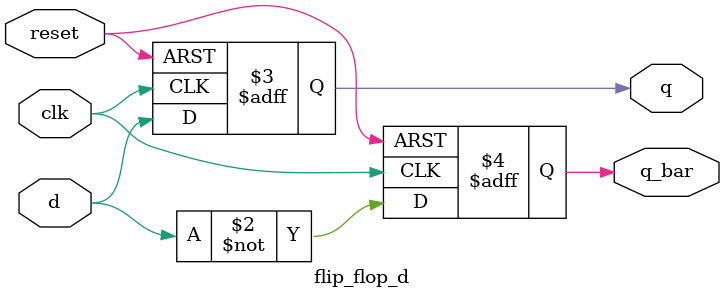
<source format=v>
module pbl (
    input wire clk, reset, button,
    input wire [3:0] color_sw,
    input wire [5:0] pos_size_sw,
    output wire [3:0] vga_r, vga_g, vga_b,
    output wire vga_hsync, vga_vsync
);
    wire pixel_clk, btn_pulse;
    wire [9:0] h_count, v_count;
    wire h_sync, v_sync, h_display, v_display, h_sync_rising_edge;
    wire [5:0] x_pos, y_pos;
    wire [1:0] size;
    wire square_on;
    wire [11:0] bg_rgb, square_rgb;

    clock_divider clk_div (
        .clk(clk),
        .reset(reset),
        .pixel_clk(pixel_clk)
    );

    debouncer db (
        .clk(clk),
        .reset(reset),
        .button(button),
        .pulse(btn_pulse)
    );

    cores_rgb bg_color (
        .A(color_sw[0]),
        .B(color_sw[1]),
        .C(color_sw[2]),
        .D(color_sw[3]),
        .saida1(bg_rgb[0]),
        .saida2(bg_rgb[1]),
        .saida3(bg_rgb[2]),
        .saida4(bg_rgb[3]),
        .saida5(bg_rgb[4]),
        .saida6(bg_rgb[5]),
        .saida7(bg_rgb[6]),
        .saida8(bg_rgb[7]),
        .saida9(bg_rgb[8]),
        .saida10(bg_rgb[9]),
        .saida11(bg_rgb[10]),
        .saida12(bg_rgb[11])
    );

    state_machine sm (
        .clk(clk),
        .reset(reset),
        .btn_pulse(btn_pulse),
        .switches(pos_size_sw),
        .x_pos(x_pos),
        .y_pos(y_pos),
        .size(size)
    );

    h_sync_generator hsync (
        .pixel_clk(pixel_clk),
        .reset(reset),
        .h_sync(h_sync),
        .h_display(h_display),
        .h_count(h_count)
    );

    v_sync_generator vsync (
        .pixel_clk(pixel_clk),
        .reset(reset),
        .h_sync_rising_edge(h_sync_rising_edge),
        .v_sync(v_sync),
        .v_display(v_display),
        .v_count(v_count)
    );

    square_generator square (
        .h_count(h_count),
        .v_count(v_count),
        .h_display(h_display),
        .v_display(v_display),
        .x_pos(x_pos),
        .y_pos(y_pos),
        .size(size),
        .bg_rgb(bg_rgb),
        .square_on(square_on),
        .square_rgb(square_rgb)
    );

    vga_controller vga (
        .h_sync(h_sync),
        .v_sync(v_sync),
        .h_display(h_display),
        .v_display(v_display),
        .bg_rgb(bg_rgb),
        .square_rgb(square_rgb),
        .square_on(square_on),
        .vga_r(vga_r),
        .vga_g(vga_g),
        .vga_b(vga_b),
        .vga_hsync(vga_hsync),
        .vga_vsync(vga_vsync)
    );

    assign h_sync_rising_edge = (h_count == 10'd799);
endmodule

module clock_divider (
    input wire clk, reset,
    output wire pixel_clk
);
    wire q, q_bar;
    flip_flop_d ff (
        .clk(clk),
        .reset(reset),
        .d(q_bar),
        .q(q),
        .q_bar(q_bar)
    );
    assign pixel_clk = q;
endmodule

module debouncer (
    input wire clk, reset, button,
    output wire pulse
);
    wire [1:0] state, state_bar;
    wire [1:0] state_next;
    wire s0, s1, ns0, ns1;
    assign s0 = state[0];
    assign s1 = state[1];
    not not_s0 (ns0, s0);
    not not_s1 (ns1, s1);
    wire next0_idle, next0_press; and and_n0i (next0_idle, ns1, ns0, button); and and_n0p (next0_press, ns1, s0); or or_n0 (state_next[0], next0_idle, next0_press);
    wire next1_press, next1_release; and and_n1p (next1_press, ns1, ns0, button); and and_n1r (next1_release, s1, ns0); or or_n1 (state_next[1], next1_press, next1_release);
    wire [1:0] state_d;
    wire keep_s0, update_s0; and and_ks0 (keep_s0, ~clk, state[0]); and and_us0 (update_s0, clk, state_next[0]); or or_ds0 (state_d[0], keep_s0, update_s0);
    wire keep_s1, update_s1; and and_ks1 (keep_s1, ~clk, state[1]); and and_us1 (update_s1, clk, state_next[1]); or or_ds1 (state_d[1], keep_s1, update_s1);
    flip_flop_d state_ff0 (.clk(clk), .reset(reset), .d(state_d[0]), .q(state[0]), .q_bar(state_bar[0]));
    flip_flop_d state_ff1 (.clk(clk), .reset(reset), .d(state_d[1]), .q(state[1]), .q_bar(state_bar[1]));
    wire is_pulse_state; and and_pulse_state (is_pulse_state, ns1, s0);
    assign pulse = is_pulse_state;
endmodule

module state_machine (
    input wire clk, reset, btn_pulse,
    input wire [5:0] switches,
    output wire [5:0] x_pos, y_pos,
    output wire [1:0] size
);
    wire [1:0] state, state_bar;
    wire [1:0] state_next;

    // Transição de estados (código Gray)
    wire s0, s1, ns0, ns1;
    assign s0 = state[0];
    assign s1 = state[1];
    not not_s0 (ns0, s0);
    not not_s1 (ns1, s1);
    wire next0_pos, next0_size, next1_pos, next1_size;
    and and_n0p (next0_pos, ns1, s0); // 01 -> 11
    and and_n0s (next0_size, s1, ns0); // 10 -> 00
    or or_n0 (state_next[0], next0_pos, next0_size);
    and and_n1p (next1_pos, ns1, ns0); // 00 -> 01
    and and_n1s (next1_size, s1, s0); // 11 -> 10
    or or_n1 (state_next[1], next1_pos, next1_size);

    // Multiplexadores para entrada de estado
    wire [1:0] state_d;
    wire keep_s0, update_s0; and and_ks0 (keep_s0, ~btn_pulse, state[0]); and and_us0 (update_s0, btn_pulse, state_next[0]); or or_ds0 (state_d[0], keep_s0, update_s0);
    wire keep_s1, update_s1; and and_ks1 (keep_s1, ~btn_pulse, state[1]); and and_us1 (update_s1, btn_pulse, state_next[1]); or or_ds1 (state_d[1], keep_s1, update_s1);

    // Flip-flops para estado
    flip_flop_d state_ff0 (.clk(clk), .reset(reset), .d(state_d[0]), .q(state[0]), .q_bar(state_bar[0]));
    flip_flop_d state_ff1 (.clk(clk), .reset(reset), .d(state_d[1]), .q(state[1]), .q_bar(state_bar[1]));

    // Sinais de controle
    wire is_pos_state, is_size_state;
    and and_pos_state (is_pos_state, ns1, ns0); // 00
    and and_size_state (is_size_state, ns1, s0); // 01

    // Registros de posição e tamanho
    wire [5:0] x_reg, x_reg_bar, y_reg, y_reg_bar;
    wire [1:0] size_reg, size_reg_bar;

    // Limites máximos baseados no tamanho
    wire [5:0] max_x, max_y;
    wire s00, s01, s10, s11;
    and and_s00 (s00, ~size_reg[1], ~size_reg[0]); // size = 00
    and and_s01 (s01, ~size_reg[1], size_reg[0]);  // size = 01
    and and_s10 (s10, size_reg[1], ~size_reg[0]);  // size = 10
    and and_s11 (s11, size_reg[1], size_reg[0]);   // size = 11

    // max_x: 77 (size=00), 74 (size=01), 72 (size=10), 69 (size=11)
    wire [5:0] max_x_00 = 6'd77; // 01001101
    wire [5:0] max_x_01 = 6'd74; // 01001010
    wire [5:0] max_x_10 = 6'd72; // 01001000
    wire [5:0] max_x_11 = 6'd69; // 01000101
    wire [5:0] max_x_out;
    wire [5:0] max_x_s00, max_x_s01, max_x_s10, max_x_s11;
    and and_mx0_s00 (max_x_s00[0], s00, max_x_00[0]); and and_mx0_s01 (max_x_s01[0], s01, max_x_01[0]); and and_mx0_s10 (max_x_s10[0], s10, max_x_10[0]); and and_mx0_s11 (max_x_s11[0], s11, max_x_11[0]); or or_mx0 (max_x_out[0], max_x_s00[0], max_x_s01[0], max_x_s10[0], max_x_s11[0]);
    and and_mx1_s00 (max_x_s00[1], s00, max_x_00[1]); and and_mx1_s01 (max_x_s01[1], s01, max_x_01[1]); and and_mx1_s10 (max_x_s10[1], s10, max_x_10[1]); and and_mx1_s11 (max_x_s11[1], s11, max_x_11[1]); or or_mx1 (max_x_out[1], max_x_s00[1], max_x_s01[1], max_x_s10[1], max_x_s11[1]);
    and and_mx2_s00 (max_x_s00[2], s00, max_x_00[2]); and and_mx2_s01 (max_x_s01[2], s01, max_x_01[2]); and and_mx2_s10 (max_x_s10[2], s10, max_x_10[2]); and and_mx2_s11 (max_x_s11[2], s11, max_x_11[2]); or or_mx2 (max_x_out[2], max_x_s00[2], max_x_s01[2], max_x_s10[2], max_x_s11[2]);
    and and_mx3_s00 (max_x_s00[3], s00, max_x_00[3]); and and_mx3_s01 (max_x_s01[3], s01, max_x_01[3]); and and_mx3_s10 (max_x_s10[3], s10, max_x_10[3]); and and_mx3_s11 (max_x_s11[3], s11, max_x_11[3]); or or_mx3 (max_x_out[3], max_x_s00[3], max_x_s01[3], max_x_s10[3], max_x_s11[3]);
    and and_mx4_s00 (max_x_s00[4], s00, max_x_00[4]); and and_mx4_s01 (max_x_s01[4], s01, max_x_01[4]); and and_mx4_s10 (max_x_s10[4], s10, max_x_10[4]); and and_mx4_s11 (max_x_s11[4], s11, max_x_11[4]); or or_mx4 (max_x_out[4], max_x_s00[4], max_x_s01[4], max_x_s10[4], max_x_s11[4]);
    and and_mx5_s00 (max_x_s00[5], s00, max_x_00[5]); and and_mx5_s01 (max_x_s01[5], s01, max_x_01[5]); and and_mx5_s10 (max_x_s10[5], s10, max_x_10[5]); and and_mx5_s11 (max_x_s11[5], s11, max_x_11[5]); or or_mx5 (max_x_out[5], max_x_s00[5], max_x_s01[5], max_x_s10[5], max_x_s11[5]);
    assign max_x = max_x_out;

    // max_y: 57 (size=00), 54 (size=01), 52 (size=10), 49 (size=11)
    wire [5:0] max_y_00 = 6'd57; // 00111001
    wire [5:0] max_y_01 = 6'd54; // 00110110
    wire [5:0] max_y_10 = 6'd52; // 00110100
    wire [5:0] max_y_11 = 6'd49; // 00110001
    wire [5:0] max_y_out;
    wire [5:0] max_y_s00, max_y_s01, max_y_s10, max_y_s11;
    and and_my0_s00 (max_y_s00[0], s00, max_y_00[0]); and and_my0_s01 (max_y_s01[0], s01, max_y_01[0]); and and_my0_s10 (max_y_s10[0], s10, max_y_10[0]); and and_my0_s11 (max_y_s11[0], s11, max_y_11[0]); or or_my0 (max_y_out[0], max_y_s00[0], max_y_s01[0], max_y_s10[0], max_y_s11[0]);
    and and_my1_s00 (max_y_s00[1], s00, max_y_00[1]); and and_my1_s01 (max_y_s01[1], s01, max_y_01[1]); and and_my1_s10 (max_y_s10[1], s10, max_y_10[1]); and and_my1_s11 (max_y_s11[1], s11, max_y_11[1]); or or_my1 (max_y_out[1], max_y_s00[1], max_y_s01[1], max_y_s10[1], max_y_s11[1]);
    and and_my2_s00 (max_y_s00[2], s00, max_y_00[2]); and and_my2_s01 (max_y_s01[2], s01, max_y_01[2]); and and_my2_s10 (max_y_s10[2], s10, max_y_10[2]); and and_my2_s11 (max_y_s11[2], s11, max_y_11[2]); or or_my2 (max_y_out[2], max_y_s00[2], max_y_s01[2], max_y_s10[2], max_y_s11[2]);
    and and_my3_s00 (max_y_s00[3], s00, max_y_00[3]); and and_my3_s01 (max_y_s01[3], s01, max_y_01[3]); and and_my3_s10 (max_y_s10[3], s10, max_y_10[3]); and and_my3_s11 (max_y_s11[3], s11, max_y_11[3]); or or_my3 (max_y_out[3], max_y_s00[3], max_y_s01[3], max_y_s10[3], max_y_s11[3]);
    and and_my4_s00 (max_y_s00[4], s00, max_y_00[4]); and and_my4_s01 (max_y_s01[4], s01, max_y_01[4]); and and_my4_s10 (max_y_s10[4], s10, max_y_10[4]); and and_my4_s11 (max_y_s11[4], s11, max_y_11[4]); or or_my4 (max_y_out[4], max_y_s00[4], max_y_s01[4], max_y_s10[4], max_y_s11[4]);
    and and_my5_s00 (max_y_s00[5], s00, max_y_00[5]); and and_my5_s01 (max_y_s01[5], s01, max_y_01[5]); and and_my5_s10 (max_y_s10[5], s10, max_y_10[5]); and and_my5_s11 (max_y_s11[5], s11, max_y_11[5]); or or_my5 (max_y_out[5], max_y_s00[5], max_y_s01[5], max_y_s10[5], max_y_s11[5]);
    assign max_y = max_y_out;

    // Comparador para x_pos: min(switches[5:3], max_x)
    wire [2:0] x_input = switches[5:3];
    wire x_lt_max;
    wire [2:0] x_diff;
    wire x_borrow;
    subtractor_10bit sub_x (.a({3'b0, x_input}), .b({3'b0, max_x[2:0]}), .diff(x_diff), .borrow(x_borrow));
    not not_x_lt (x_lt_max, x_borrow); // x_input < max_x
    wire [2:0] x_clamped;
    wire [2:0] x_in, x_max;
    and and_x0_in (x_in[0], x_lt_max, x_input[0]); and and_x0_max (x_max[0], ~x_lt_max, max_x[0]); or or_x0 (x_clamped[0], x_in[0], x_max[0]);
    and and_x1_in (x_in[1], x_lt_max, x_input[1]); and and_x1_max (x_max[1], ~x_lt_max, max_x[1]); or or_x1 (x_clamped[1], x_in[1], x_max[1]);
    and and_x2_in (x_in[2], x_lt_max, x_input[2]); and and_x2_max (x_max[2], ~x_lt_max, max_x[2]); or or_x2 (x_clamped[2], x_in[2], x_max[2]);

    // Comparador para y_pos: min(switches[2:0], max_y)
    wire [2:0] y_input = switches[2:0];
    wire y_lt_max;
    wire [2:0] y_diff;
    wire y_borrow;
    subtractor_10bit sub_y (.a({3'b0, y_input}), .b({3'b0, max_y[2:0]}), .diff(y_diff), .borrow(y_borrow));
    not not_y_lt (y_lt_max, y_borrow); // y_input < max_y
    wire [2:0] y_clamped;
    wire [2:0] y_in, y_max;
    and and_y0_in (y_in[0], y_lt_max, y_input[0]); and and_y0_max (y_max[0], ~y_lt_max, max_y[0]); or or_y0 (y_clamped[0], y_in[0], y_max[0]);
    and and_y1_in (y_in[1], y_lt_max, y_input[1]); and and_y1_max (y_max[1], ~y_lt_max, max_y[1]); or or_y1 (y_clamped[1], y_in[1], y_max[1]);
    and and_y2_in (y_in[2], y_lt_max, y_input[2]); and and_y2_max (y_max[2], ~y_lt_max, max_y[2]); or or_y2 (y_clamped[2], y_in[2], y_max[2]);

    // Multiplexadores para entrada de x_reg
    wire [5:0] x_d;
    wire keep_x0, update_x0; and and_kx0 (keep_x0, ~btn_pulse, x_reg[0]); and and_ux0 (update_x0, btn_pulse, is_pos_state, x_clamped[0]); or or_dx0 (x_d[0], keep_x0, update_x0);
    wire keep_x1, update_x1; and and_kx1 (keep_x1, ~btn_pulse, x_reg[1]); and and_ux1 (update_x1, btn_pulse, is_pos_state, x_clamped[1]); or or_dx1 (x_d[1], keep_x1, update_x1);
    wire keep_x2, update_x2; and and_kx2 (keep_x2, ~btn_pulse, x_reg[2]); and and_ux2 (update_x2, btn_pulse, is_pos_state, x_clamped[2]); or or_dx2 (x_d[2], keep_x2, update_x2);
    assign x_d[5:3] = 3'b0; // Bits 3 a 5 sempre zero

    // Multiplexadores para entrada de y_reg
    wire [5:0] y_d;
    wire keep_y0, update_y0; and and_ky0 (keep_y0, ~btn_pulse, y_reg[0]); and and_uy0 (update_y0, btn_pulse, is_pos_state, y_clamped[0]); or or_dy0 (y_d[0], keep_y0, update_y0);
    wire keep_y1, update_y1; and and_ky1 (keep_y1, ~btn_pulse, y_reg[1]); and and_uy1 (update_y1, btn_pulse, is_pos_state, y_clamped[1]); or or_dy1 (y_d[1], keep_y1, update_y1);
    wire keep_y2, update_y2; and and_ky2 (keep_y2, ~btn_pulse, y_reg[2]); and and_uy2 (update_y2, btn_pulse, is_pos_state, y_clamped[2]); or or_dy2 (y_d[2], keep_y2, update_y2);
    assign y_d[5:3] = 3'b0; // Bits 3 a 5 sempre zero

    // Multiplexadores para entrada de size_reg
    wire [1:0] size_d;
    wire keep_sz0, update_sz0; and and_ksz0 (keep_sz0, ~btn_pulse, size_reg[0]); and and_usz0 (update_sz0, btn_pulse, is_size_state, switches[0]); or or_dsz0 (size_d[0], keep_sz0, update_sz0);
    wire keep_sz1, update_sz1; and and_ksz1 (keep_sz1, ~btn_pulse, size_reg[1]); and and_usz1 (update_sz1, btn_pulse, is_size_state, switches[1]); or or_dsz1 (size_d[1], keep_sz1, update_sz1);

    // Flip-flops para x_reg, y_reg, size_reg
    flip_flop_d x_ff0 (.clk(clk), .reset(reset), .d(x_d[0]), .q(x_reg[0]), .q_bar(x_reg_bar[0]));
    flip_flop_d x_ff1 (.clk(clk), .reset(reset), .d(x_d[1]), .q(x_reg[1]), .q_bar(x_reg_bar[1]));
    flip_flop_d x_ff2 (.clk(clk), .reset(reset), .d(x_d[2]), .q(x_reg[2]), .q_bar(x_reg_bar[2]));
    flip_flop_d x_ff3 (.clk(clk), .reset(reset), .d(x_d[3]), .q(x_reg[3]), .q_bar(x_reg_bar[3]));
    flip_flop_d x_ff4 (.clk(clk), .reset(reset), .d(x_d[4]), .q(x_reg[4]), .q_bar(x_reg_bar[4]));
    flip_flop_d x_ff5 (.clk(clk), .reset(reset), .d(x_d[5]), .q(x_reg[5]), .q_bar(x_reg_bar[5]));
    flip_flop_d y_ff0 (.clk(clk), .reset(reset), .d(y_d[0]), .q(y_reg[0]), .q_bar(y_reg_bar[0]));
    flip_flop_d y_ff1 (.clk(clk), .reset(reset), .d(y_d[1]), .q(y_reg[1]), .q_bar(y_reg_bar[1]));
    flip_flop_d y_ff2 (.clk(clk), .reset(reset), .d(y_d[2]), .q(y_reg[2]), .q_bar(y_reg_bar[2]));
    flip_flop_d y_ff3 (.clk(clk), .reset(reset), .d(y_d[3]), .q(y_reg[3]), .q_bar(y_reg_bar[3]));
    flip_flop_d y_ff4 (.clk(clk), .reset(reset), .d(y_d[4]), .q(y_reg[4]), .q_bar(y_reg_bar[4]));
    flip_flop_d y_ff5 (.clk(clk), .reset(reset), .d(y_d[5]), .q(y_reg[5]), .q_bar(y_reg_bar[5]));
    flip_flop_d size_ff0 (.clk(clk), .reset(reset), .d(size_d[0]), .q(size_reg[0]), .q_bar(size_reg_bar[0]));
    flip_flop_d size_ff1 (.clk(clk), .reset(reset), .d(size_d[1]), .q(size_reg[1]), .q_bar(size_reg_bar[1]));

    assign x_pos = x_reg;
    assign y_pos = y_reg;
    assign size = size_reg;
endmodule

module h_sync_generator (
    input wire pixel_clk, reset,
    output wire h_sync, h_display,
    output wire [9:0] h_count
);
    wire [9:0] count;
    counter_10bit counter (
        .clk(pixel_clk),
        .reset(reset),
        .count(count)
    );
    assign h_count = count;

    assign h_display = (count < 10'd640);
    wire sync_pulse_active = (count >= 10'd656) && (count < 10'd752);
    not not_hsync (h_sync, sync_pulse_active);
endmodule

module counter_10bit (
    input wire clk, reset,
    output wire [9:0] count
);
    wire [9:0] count_reg, count_bar;
    wire [9:0] count_next;
    wire cout;

    adder_10bit inc (.a(count_reg), .b(10'd1), .sum(count_next), .cout(cout));
    wire eq_799 = (count_reg == 10'd799);

    wire [9:0] count_d;
    wire keep_c0, clear_c0; and and_kc0 (keep_c0, ~eq_799, count_next[0]); and and_cc0 (clear_c0, eq_799, 1'b0); or or_dc0 (count_d[0], keep_c0, clear_c0);
    wire keep_c1, clear_c1; and and_kc1 (keep_c1, ~eq_799, count_next[1]); and and_cc1 (clear_c1, eq_799, 1'b0); or or_dc1 (count_d[1], keep_c1, clear_c1);
    wire keep_c2, clear_c2; and and_kc2 (keep_c2, ~eq_799, count_next[2]); and and_cc2 (clear_c2, eq_799, 1'b0); or or_dc2 (count_d[2], keep_c2, clear_c2);
    wire keep_c3, clear_c3; and and_kc3 (keep_c3, ~eq_799, count_next[3]); and and_cc3 (clear_c3, eq_799, 1'b0); or or_dc3 (count_d[3], keep_c3, clear_c3);
    wire keep_c4, clear_c4; and and_kc4 (keep_c4, ~eq_799, count_next[4]); and and_cc4 (clear_c4, eq_799, 1'b0); or or_dc4 (count_d[4], keep_c4, clear_c4);
    wire keep_c5, clear_c5; and and_kc5 (keep_c5, ~eq_799, count_next[5]); and and_cc5 (clear_c5, eq_799, 1'b0); or or_dc5 (count_d[5], keep_c5, clear_c5);
    wire keep_c6, clear_c6; and and_kc6 (keep_c6, ~eq_799, count_next[6]); and and_cc6 (clear_c6, eq_799, 1'b0); or or_dc6 (count_d[6], keep_c6, clear_c6);
    wire keep_c7, clear_c7; and and_kc7 (keep_c7, ~eq_799, count_next[7]); and and_cc7 (clear_c7, eq_799, 1'b0); or or_dc7 (count_d[7], keep_c7, clear_c7);
    wire keep_c8, clear_c8; and and_kc8 (keep_c8, ~eq_799, count_next[8]); and and_cc8 (clear_c8, eq_799, 1'b0); or or_dc8 (count_d[8], keep_c8, clear_c8);
    wire keep_c9, clear_c9; and and_kc9 (keep_c9, ~eq_799, count_next[9]); and and_cc9 (clear_c9, eq_799, 1'b0); or or_dc9 (count_d[9], keep_c9, clear_c9);

    flip_flop_d ff_c0 (.clk(clk), .reset(reset), .d(count_d[0]), .q(count_reg[0]), .q_bar(count_bar[0]));
    flip_flop_d ff_c1 (.clk(clk), .reset(reset), .d(count_d[1]), .q(count_reg[1]), .q_bar(count_bar[1]));
    flip_flop_d ff_c2 (.clk(clk), .reset(reset), .d(count_d[2]), .q(count_reg[2]), .q_bar(count_bar[2]));
    flip_flop_d ff_c3 (.clk(clk), .reset(reset), .d(count_d[3]), .q(count_reg[3]), .q_bar(count_bar[3]));
    flip_flop_d ff_c4 (.clk(clk), .reset(reset), .d(count_d[4]), .q(count_reg[4]), .q_bar(count_bar[4]));
    flip_flop_d ff_c5 (.clk(clk), .reset(reset), .d(count_d[5]), .q(count_reg[5]), .q_bar(count_bar[5]));
    flip_flop_d ff_c6 (.clk(clk), .reset(reset), .d(count_d[6]), .q(count_reg[6]), .q_bar(count_bar[6]));
    flip_flop_d ff_c7 (.clk(clk), .reset(reset), .d(count_d[7]), .q(count_reg[7]), .q_bar(count_bar[7]));
    flip_flop_d ff_c8 (.clk(clk), .reset(reset), .d(count_d[8]), .q(count_reg[8]), .q_bar(count_bar[8]));
    flip_flop_d ff_c9 (.clk(clk), .reset(reset), .d(count_d[9]), .q(count_reg[9]), .q_bar(count_bar[9]));

    assign count = count_reg;
endmodule

module v_sync_generator (
    input wire pixel_clk, reset, h_sync_rising_edge,
    output wire v_sync, v_display,
    output wire [9:0] v_count
);
    wire [9:0] count;
    vsync_counter counter (
        .clk(pixel_clk),
        .reset(reset),
        .enable_count(h_sync_rising_edge),
        .count(count)
    );
    assign v_count = count;

    assign v_display = (count < 10'd480);
    wire sync_pulse_active = (count >= 10'd490) && (count < 10'd492);
    not not_vsync (v_sync, sync_pulse_active);
endmodule

module vsync_counter (
    input wire clk, reset, enable_count,
    output wire [9:0] count
);
    wire [9:0] count_reg, count_bar;
    wire [9:0] count_next;
    wire cout;

    adder_10bit inc (.a(count_reg), .b(10'd1), .sum(count_next), .cout(cout));
    wire eq_524 = (count_reg == 10'd524);

    wire [9:0] count_d;
    wire keep_v0, clear_v0, enable_v0; and and_ev0 (enable_v0, enable_count, ~eq_524); and and_kv0 (keep_v0, enable_v0, count_next[0]); and and_cv0 (clear_v0, eq_524, 1'b0); or or_dv0 (count_d[0], keep_v0, clear_v0);
    wire keep_v1, clear_v1, enable_v1; and and_ev1 (enable_v1, enable_count, ~eq_524); and and_kv1 (keep_v1, enable_v1, count_next[1]); and and_cv1 (clear_v1, eq_524, 1'b0); or or_dv1 (count_d[1], keep_v1, clear_v1);
    wire keep_v2, clear_v2, enable_v2; and and_ev2 (enable_v2, enable_count, ~eq_524); and and_kv2 (keep_v2, enable_v2, count_next[2]); and and_cv2 (clear_v2, eq_524, 1'b0); or or_dv2 (count_d[2], keep_v2, clear_v2);
    wire keep_v3, clear_v3, enable_v3; and and_ev3 (enable_v3, enable_count, ~eq_524); and and_kv3 (keep_v3, enable_v3, count_next[3]); and and_cv3 (clear_v3, eq_524, 1'b0); or or_dv3 (count_d[3], keep_v3, clear_v3);
    wire keep_v4, clear_v4, enable_v4; and and_ev4 (enable_v4, enable_count, ~eq_524); and and_kv4 (keep_v4, enable_v4, count_next[4]); and and_cv4 (clear_v4, eq_524, 1'b0); or or_dv4 (count_d[4], keep_v4, clear_v4);
    wire keep_v5, clear_v5, enable_v5; and and_ev5 (enable_v5, enable_count, ~eq_524); and and_kv5 (keep_v5, enable_v5, count_next[5]); and and_cv5 (clear_v5, eq_524, 1'b0); or or_dv5 (count_d[5], keep_v5, clear_v5);
    wire keep_v6, clear_v6, enable_v6; and and_ev6 (enable_v6, enable_count, ~eq_524); and and_kv6 (keep_v6, enable_v6, count_next[6]); and and_cv6 (clear_v6, eq_524, 1'b0); or or_dv6 (count_d[6], keep_v6, clear_v6);
    wire keep_v7, clear_v7, enable_v7; and and_ev7 (enable_v7, enable_count, ~eq_524); and and_kv7 (keep_v7, enable_v7, count_next[7]); and and_cv7 (clear_v7, eq_524, 1'b0); or or_dv7 (count_d[7], keep_v7, clear_v7);
    wire keep_v8, clear_v8, enable_v8; and and_ev8 (enable_v8, enable_count, ~eq_524); and and_kv8 (keep_v8, enable_v8, count_next[8]); and and_cv8 (clear_v8, eq_524, 1'b0); or or_dv8 (count_d[8], keep_v8, clear_v8);
    wire keep_v9, clear_v9, enable_v9; and and_ev9 (enable_v9, enable_count, ~eq_524); and and_kv9 (keep_v9, enable_v9, count_next[9]); and and_cv9 (clear_v9, eq_524, 1'b0); or or_dv9 (count_d[9], keep_v9, clear_v9);

    flip_flop_d ff_v0 (.clk(clk), .reset(reset), .d(count_d[0]), .q(count_reg[0]), .q_bar(count_bar[0]));
    flip_flop_d ff_v1 (.clk(clk), .reset(reset), .d(count_d[1]), .q(count_reg[1]), .q_bar(count_bar[1]));
    flip_flop_d ff_v2 (.clk(clk), .reset(reset), .d(count_d[2]), .q(count_reg[2]), .q_bar(count_bar[2]));
    flip_flop_d ff_v3 (.clk(clk), .reset(reset), .d(count_d[3]), .q(count_reg[3]), .q_bar(count_bar[3]));
    flip_flop_d ff_v4 (.clk(clk), .reset(reset), .d(count_d[4]), .q(count_reg[4]), .q_bar(count_bar[4]));
    flip_flop_d ff_v5 (.clk(clk), .reset(reset), .d(count_d[5]), .q(count_reg[5]), .q_bar(count_bar[5]));
    flip_flop_d ff_v6 (.clk(clk), .reset(reset), .d(count_d[6]), .q(count_reg[6]), .q_bar(count_bar[6]));
    flip_flop_d ff_v7 (.clk(clk), .reset(reset), .d(count_d[7]), .q(count_reg[7]), .q_bar(count_bar[7]));
    flip_flop_d ff_v8 (.clk(clk), .reset(reset), .d(count_d[8]), .q(count_reg[8]), .q_bar(count_bar[8]));
    flip_flop_d ff_v9 (.clk(clk), .reset(reset), .d(count_d[9]), .q(count_reg[9]), .q_bar(count_bar[9]));

    assign count = count_reg;
endmodule

module square_generator (
    input wire [9:0] h_count, v_count,
    input wire h_display, v_display,
    input wire [5:0] x_pos, y_pos,
    input wire [1:0] size,
    input wire [11:0] bg_rgb,
    output wire square_on,
    output wire [11:0] square_rgb
);
    wire [9:0] x_scaled = {x_pos, 3'b0};
    wire [9:0] y_scaled = {y_pos, 3'b0};

    wire [9:0] size_scaled;
    wire s0, s1, ns0, ns1;
    assign s0 = size[0];
    assign s1 = size[1];
    not not_s0 (ns0, s0);
    not not_s1 (ns1, s1);
    wire [9:0] sz_20 = 10'd20;
    wire [9:0] sz_40 = 10'd40;
    wire [9:0] sz_60 = 10'd60;
    wire [9:0] sz_80 = 10'd80;
    wire [9:0] size_out;
    wire s20_0, s40_0, s60_0, s80_0; and and_s20_0 (s20_0, ns1, ns0, sz_20[0]); and and_s40_0 (s40_0, ns1, s0, sz_40[0]); and and_s60_0 (s60_0, s1, ns0, sz_60[0]); and and_s80_0 (s80_0, s1, s0, sz_80[0]); or or_sz0 (size_out[0], s20_0, s40_0, s60_0, s80_0);
    wire s20_1, s40_1, s60_1, s80_1; and and_s20_1 (s20_1, ns1, ns0, sz_20[1]); and and_s40_1 (s40_1, ns1, s0, sz_40[1]); and and_s60_1 (s60_1, s1, ns0, sz_60[1]); and and_s80_1 (s80_1, s1, s0, sz_80[1]); or or_sz1 (size_out[1], s20_1, s40_1, s60_1, s80_1);
    wire s20_2, s40_2, s60_2, s80_2; and and_s20_2 (s20_2, ns1, ns0, sz_20[2]); and and_s40_2 (s40_2, ns1, s0, sz_40[2]); and and_s60_2 (s60_2, s1, ns0, sz_60[2]); and and_s80_2 (s80_2, s1, s0, sz_80[2]); or or_sz2 (size_out[2], s20_2, s40_2, s60_2, s80_2);
    wire s20_3, s40_3, s60_3, s80_3; and and_s20_3 (s20_3, ns1, ns0, sz_20[3]); and and_s40_3 (s40_3, ns1, s0, sz_40[3]); and and_s60_3 (s60_3, s1, ns0, sz_60[3]); and and_s80_3 (s80_3, s1, s0, sz_80[3]); or or_sz3 (size_out[3], s20_3, s40_3, s60_3, s80_3);
    wire s20_4, s40_4, s60_4, s80_4; and and_s20_4 (s20_4, ns1, ns0, sz_20[4]); and and_s40_4 (s40_4, ns1, s0, sz_40[4]); and and_s60_4 (s60_4, s1, ns0, sz_60[4]); and and_s80_4 (s80_4, s1, s0, sz_80[4]); or or_sz4 (size_out[4], s20_4, s40_4, s60_4, s80_4);
    wire s20_5, s40_5, s60_5, s80_5; and and_s20_5 (s20_5, ns1, ns0, sz_20[5]); and and_s40_5 (s40_5, ns1, s0, sz_40[5]); and and_s60_5 (s60_5, s1, ns0, sz_60[5]); and and_s80_5 (s80_5, s1, s0, sz_80[5]); or or_sz5 (size_out[5], s20_5, s40_5, s60_5, s80_5);
    wire s20_6, s40_6, s60_6, s80_6; and and_s20_6 (s20_6, ns1, ns0, sz_20[6]); and and_s40_6 (s40_6, ns1, s0, sz_40[6]); and and_s60_6 (s60_6, s1, ns0, sz_60[6]); and and_s80_6 (s80_6, s1, s0, sz_80[6]); or or_sz6 (size_out[6], s20_6, s40_6, s60_6, s80_6);
    wire s20_7, s40_7, s60_7, s80_7; and and_s20_7 (s20_7, ns1, ns0, sz_20[7]); and and_s40_7 (s40_7, ns1, s0, sz_40[7]); and and_s60_7 (s60_7, s1, ns0, sz_60[7]); and and_s80_7 (s80_7, s1, s0, sz_80[7]); or or_sz7 (size_out[7], s20_7, s40_7, s60_7, s80_7);
    wire s20_8, s40_8, s60_8, s80_8; and and_s20_8 (s20_8, ns1, ns0, sz_20[8]); and and_s40_8 (s40_8, ns1, s0, sz_40[8]); and and_s60_8 (s60_8, s1, ns0, sz_60[8]); and and_s80_8 (s80_8, s1, s0, sz_80[8]); or or_sz8 (size_out[8], s20_8, s40_8, s60_8, s80_8);
    wire s20_9, s40_9, s60_9, s80_9; and and_s20_9 (s20_9, ns1, ns0, sz_20[9]); and and_s40_9 (s40_9, ns1, s0, sz_40[9]); and and_s60_9 (s60_9, s1, ns0, sz_60[9]); and and_s80_9 (s80_9, s1, s0, sz_80[9]); or or_sz9 (size_out[9], s20_9, s40_9, s60_9, s80_9);
    assign size_scaled = size_out;

    wire [9:0] x_end, y_end;
    wire cout_x, cout_y;
    adder_10bit add_x (.a(x_scaled), .b(size_scaled), .sum(x_end), .cout(cout_x));
    adder_10bit add_y (.a(y_scaled), .b(size_scaled), .sum(y_end), .cout(cout_y));

    wire [9:0] diff_hx, diff_xend, diff_vy, diff_yend;
    wire borrow_hx, borrow_xend, borrow_vy, borrow_yend;
    subtractor_10bit sub_hx (.a(h_count), .b(x_scaled), .diff(diff_hx), .borrow(borrow_hx));
    subtractor_10bit sub_xend (.a(x_end), .b(h_count), .diff(diff_xend), .borrow(borrow_xend));
    subtractor_10bit sub_vy (.a(v_count), .b(y_scaled), .diff(diff_vy), .borrow(borrow_vy));
    subtractor_10bit sub_yend (.a(y_end), .b(v_count), .diff(diff_yend), .borrow(borrow_yend));

    wire ge_x, lt_xend, ge_y, lt_yend;
    not not_gex (ge_x, borrow_hx);
    not not_ltxend (lt_xend, borrow_xend);
    not not_gey (ge_y, borrow_vy);
    not not_ltyend (lt_yend, borrow_yend);

    wire h_ok, v_ok, disp_ok;
    and and_hok (h_ok, ge_x, lt_xend);
    and and_vok (v_ok, ge_y, lt_yend);
    and and_dispok (disp_ok, h_display, v_display);
    and and_squareon (square_on, h_ok, v_ok, disp_ok);

    // Inverter bg_rgb para square_rgb
    not not_rgb0 (square_rgb[0], bg_rgb[0]);
    not not_rgb1 (square_rgb[1], bg_rgb[1]);
    not not_rgb2 (square_rgb[2], bg_rgb[2]);
    not not_rgb3 (square_rgb[3], bg_rgb[3]);
    not not_rgb4 (square_rgb[4], bg_rgb[4]);
    not not_rgb5 (square_rgb[5], bg_rgb[5]);
    not not_rgb6 (square_rgb[6], bg_rgb[6]);
    not not_rgb7 (square_rgb[7], bg_rgb[7]);
    not not_rgb8 (square_rgb[8], bg_rgb[8]);
    not not_rgb9 (square_rgb[9], bg_rgb[9]);
    not not_rgb10 (square_rgb[10], bg_rgb[10]);
    not not_rgb11 (square_rgb[11], bg_rgb[11]);
endmodule

module adder_10bit (
    input wire [9:0] a, b,
    output wire [9:0] sum,
    output wire cout
);
    wire [9:0] carry;
    full_adder fa0 (.a(a[0]), .b(b[0]), .cin(1'b0), .sum(sum[0]), .cout(carry[0]));
    full_adder fa1 (.a(a[1]), .b(b[1]), .cin(carry[0]), .sum(sum[1]), .cout(carry[1]));
    full_adder fa2 (.a(a[2]), .b(b[2]), .cin(carry[1]), .sum(sum[2]), .cout(carry[2]));
    full_adder fa3 (.a(a[3]), .b(b[3]), .cin(carry[2]), .sum(sum[3]), .cout(carry[3]));
    full_adder fa4 (.a(a[4]), .b(b[4]), .cin(carry[3]), .sum(sum[4]), .cout(carry[4]));
    full_adder fa5 (.a(a[5]), .b(b[5]), .cin(carry[4]), .sum(sum[5]), .cout(carry[5]));
    full_adder fa6 (.a(a[6]), .b(b[6]), .cin(carry[5]), .sum(sum[6]), .cout(carry[6]));
    full_adder fa7 (.a(a[7]), .b(b[7]), .cin(carry[6]), .sum(sum[7]), .cout(carry[7]));
    full_adder fa8 (.a(a[8]), .b(b[8]), .cin(carry[7]), .sum(sum[8]), .cout(carry[8]));
    full_adder fa9 (.a(a[9]), .b(b[9]), .cin(carry[8]), .sum(sum[9]), .cout(cout));
endmodule

module subtractor_10bit (
    input wire [9:0] a, b,
    output wire [9:0] diff,
    output wire borrow
);
    wire [9:0] b_comp, sum_temp;
    wire cout;

    wire [9:0] b_not;
    not not_b0 (b_not[0], b[0]);
    not not_b1 (b_not[1], b[1]);
    not not_b2 (b_not[2], b[2]);
    not not_b3 (b_not[3], b[3]);
    not not_b4 (b_not[4], b[4]);
    not not_b5 (b_not[5], b[5]);
    not not_b6 (b_not[6], b[6]);
    not not_b7 (b_not[7], b[7]);
    not not_b8 (b_not[8], b[8]);
    not not_b9 (b_not[9], b[9]);
    adder_10bit add_one (.a(b_not), .b(10'd1), .sum(b_comp), .cout());

    adder_10bit add_diff (.a(a), .b(b_comp), .sum(sum_temp), .cout(cout));
    assign diff = sum_temp;
    not not_borrow (borrow, cout);
endmodule

module vga_controller (
    input wire h_sync, v_sync, h_display, v_display,
    input wire [11:0] bg_rgb, square_rgb,
    input wire square_on,
    output wire [3:0] vga_r, vga_g, vga_b,
    output wire vga_hsync, vga_vsync
);
    assign vga_hsync = h_sync;
    assign vga_vsync = v_sync;

    wire display_active;
    and and_disp_active (display_active, h_display, v_display);

    wire n_square_on, n_display_active;
    not not_sq_on (n_square_on, square_on);
    not not_disp_active (n_display_active, display_active);

    wire [11:0] rgb_out;
    wire sq_sel0, bg_sel0; and and_sq0 (sq_sel0, square_on, display_active, square_rgb[0]); and and_bg0 (bg_sel0, n_square_on, display_active, bg_rgb[0]); or or_rgb0 (rgb_out[0], sq_sel0, bg_sel0);
    wire sq_sel1, bg_sel1; and and_sq1 (sq_sel1, square_on, display_active, square_rgb[1]); and and_bg1 (bg_sel1, n_square_on, display_active, bg_rgb[1]); or or_rgb1 (rgb_out[1], sq_sel1, bg_sel1);
    wire sq_sel2, bg_sel2; and and_sq2 (sq_sel2, square_on, display_active, square_rgb[2]); and and_bg2 (bg_sel2, n_square_on, display_active, bg_rgb[2]); or or_rgb2 (rgb_out[2], sq_sel2, bg_sel2);
    wire sq_sel3, bg_sel3; and and_sq3 (sq_sel3, square_on, display_active, square_rgb[3]); and and_bg3 (bg_sel3, n_square_on, display_active, bg_rgb[3]); or or_rgb3 (rgb_out[3], sq_sel3, bg_sel3);
    wire sq_sel4, bg_sel4; and and_sq4 (sq_sel4, square_on, display_active, square_rgb[4]); and and_bg4 (bg_sel4, n_square_on, display_active, bg_rgb[4]); or or_rgb4 (rgb_out[4], sq_sel4, bg_sel4);
    wire sq_sel5, bg_sel5; and and_sq5 (sq_sel5, square_on, display_active, square_rgb[5]); and and_bg5 (bg_sel5, n_square_on, display_active, bg_rgb[5]); or or_rgb5 (rgb_out[5], sq_sel5, bg_sel5);
    wire sq_sel6, bg_sel6; and and_sq6 (sq_sel6, square_on, display_active, square_rgb[6]); and and_bg6 (bg_sel6, n_square_on, display_active, bg_rgb[6]); or or_rgb6 (rgb_out[6], sq_sel6, bg_sel6);
    wire sq_sel7, bg_sel7; and and_sq7 (sq_sel7, square_on, display_active, square_rgb[7]); and and_bg7 (bg_sel7, n_square_on, display_active, bg_rgb[7]); or or_rgb7 (rgb_out[7], sq_sel7, bg_sel7);
    wire sq_sel8, bg_sel8; and and_sq8 (sq_sel8, square_on, display_active, square_rgb[8]); and and_bg8 (bg_sel8, n_square_on, display_active, bg_rgb[8]); or or_rgb8 (rgb_out[8], sq_sel8, bg_sel8);
    wire sq_sel9, bg_sel9; and and_sq9 (sq_sel9, square_on, display_active, square_rgb[9]); and and_bg9 (bg_sel9, n_square_on, display_active, bg_rgb[9]); or or_rgb9 (rgb_out[9], sq_sel9, bg_sel9);
    wire sq_sel10, bg_sel10; and and_sq10 (sq_sel10, square_on, display_active, square_rgb[10]); and and_bg10 (bg_sel10, n_square_on, display_active, bg_rgb[10]); or or_rgb10 (rgb_out[10], sq_sel10, bg_sel10);
    wire sq_sel11, bg_sel11; and and_sq11 (sq_sel11, square_on, display_active, square_rgb[11]); and and_bg11 (bg_sel11, n_square_on, display_active, bg_rgb[11]); or or_rgb11 (rgb_out[11], sq_sel11, bg_sel11);

    assign vga_r = rgb_out[11:8];
    assign vga_g = rgb_out[7:4];
    assign vga_b = rgb_out[3:0];
endmodule

module cores_rgb (
    input wire A, B, C, D,
    output wire saida1, saida2, saida3, saida4,
    output wire saida5, saida6, saida7, saida8,
    output wire saida9, saida10, saida11, saida12
);
    wire [3:0] R, G, B_color;

    red0 vermelho0_inst (.RED0(R[0]), .A(A), .B(B), .C(C), .D(D));
    red1 vermelho1_inst (.RED1(R[1]), .A(A), .B(B), .C(C), .D(D));
    red2 vermelho2_inst (.RED2(R[2]), .A(A), .B(B), .C(C), .D(D));
    red3 vermelho3_inst (.RED3(R[3]), .A(A), .B(B), .C(C), .D(D));

    green0 verde0_inst (.GREEN0(G[0]), .A(A), .B(B), .C(C), .D(D));
    green1 verde1_inst (.GREEN1(G[1]), .A(A), .B(B), .C(C), .D(D));
    green2 verde2_inst (.GREEN2(G[2]), .A(A), .B(B), .C(C), .D(D));
    green3 verde3_inst (.GREEN3(G[3]), .A(A), .B(B), .C(C), .D(D));

    blue0 azul0_inst (.BLUE0(B_color[0]), .A(A), .B(B), .C(C), .D(D));
    blue1 azul1_inst (.BLUE1(B_color[1]), .A(A), .B(B), .C(C), .D(D));
    blue2 azul2_inst (.BLUE2(B_color[2]), .A(A), .B(B), .C(C), .D(D));
    blue3 azul3_inst (.BLUE3(B_color[3]), .A(A), .B(B), .C(C), .D(D));

    assign saida12 = R[3];
    assign saida11 = R[2];
    assign saida10 = R[1];
    assign saida9 = R[0];
    assign saida8 = G[3];
    assign saida7 = G[2];
    assign saida6 = G[1];
    assign saida5 = G[0];
    assign saida4 = B_color[3];
    assign saida3 = B_color[2];
    assign saida2 = B_color[1];
    assign saida1 = B_color[0];
endmodule

module red0 (
    output RED0,
    input A, B, C, D
);
    wire nA, nB, nC, nD;
    wire and1_out, and2_out, or1_out, and3_out, and4_out;
    not NOT_A(nA, A);
    not NOT_B(nB, B);
    not NOT_C(nC, C);
    not NOT_D(nD, D);

    and AND1(and1_out, nB, nD);
    and AND2(and2_out, B, C);
    or OR1(or1_out, and1_out, and2_out);
    and AND3(and3_out, nA, or1_out);
    and AND4(and4_out, A, nB, C, D);

    or OR_FINAL(RED0, and3_out, and4_out);
endmodule

module red1 (
    output RED1,
    input A, B, C, D
);
    wire nA, nB, nC, nD;
    wire and1_out, and2_out, or1_out, and3_out, and4_out;
    not NOT_A(nA, A);
    not NOT_B(nB, B);
    not NOT_C(nC, C);
    not NOT_D(nD, D);

    and AND1(and1_out, nB, nD);
    and AND2(and2_out, B, C);
    or OR1(or1_out, and1_out, and2_out);
    and AND3(and3_out, nA, or1_out);
    and AND4(and4_out, A, nB, C, D);

    or OR_FINAL(RED1, and3_out, and4_out);
endmodule

module red2 (
    output RED2,
    input A, B, C, D
);
    wire nA, nB, nC, nD;
    wire and1_out, and2_out, or1_out, and3_out, and4_out;
    not NOT_A(nA, A);
    not NOT_B(nB, B);
    not NOT_C(nC, C);
    not NOT_D(nD, D);

    and AND1(and1_out, nB, nD);
    and AND2(and2_out, B, C);
    or OR1(or1_out, and1_out, and2_out);
    and AND3(and3_out, nA, or1_out);
    and AND4(and4_out, A, nB, C, D);

    or OR_FINAL(RED2, and3_out, and4_out);
endmodule

module red3 (
    output RED3,
    input A, B, C, D
);
    wire nA, nB, nC, nD;
    wire and1_out, and2_out, or1_out, and3_out, and4_out;
    not NOT_A(nA, A);
    not NOT_B(nB, B);
    not NOT_C(nC, C);
    not NOT_D(nD, D);

    and AND1(and1_out, B, nC);
    and AND2(and2_out, B, D);
    or OR1(or1_out, and1_out, and2_out);
    and AND3(and3_out, nA, or1_out);
    and AND4(and4_out, A, nB, C, D);

    or OR_FINAL(RED3, and3_out, and4_out);
endmodule

module green0 (
    output GREEN0,
    input A, B, C, D
);
    wire nA, nB, nC, nD;
    wire and1_out, and2_out, or1_out, and3_out, and4_out;
    not NOT_A(nA, A);
    not NOT_B(nB, B);
    not NOT_C(nC, C);
    not NOT_D(nD, D);

    and AND1(and1_out, nB, nD);
    and AND2(and2_out, B, C);
    or OR1(or1_out, and1_out, and2_out);
    and AND3(and3_out, nA, or1_out);
    and AND4(and4_out, A, nB, C, D);

    or OR_FINAL(GREEN0, and3_out, and4_out);
endmodule

module green1 (
    output GREEN1,
    input A, B, C, D
);
    wire nA, nB, nC, nD;
    wire and1_out, and2_out, or1_out, and3_out, and4_out;
    not NOT_A(nA, A);
    not NOT_B(nB, B);
    not NOT_C(nC, C);
    not NOT_D(nD, D);

    and AND1(and1_out, nB, nD);
    and AND2(and2_out, B, C);
    or OR1(or1_out, and1_out, and2_out);
    and AND3(and3_out, nA, or1_out);
    and AND4(and4_out, A, nB, C, D);

    or OR_FINAL(GREEN1, and3_out, and4_out);
endmodule

module green2 (
    output GREEN2,
    input A, B, C, D
);
    wire nA, nB, nC, nD;
    wire and1_out, and2_out, or1_out, and3_out, and4_out, and5_out;
    not NOT_A(nA, A);
    not NOT_B(nB, B);
    not NOT_C(nC, C);
    not NOT_D(nD, D);

    and AND1(and1_out, B, nD);
    and AND2(and2_out, B, C);
    or OR1(or1_out, and1_out, and2_out);
    and AND3(and3_out, nA, or1_out);
    and AND4(and4_out, A, nC, D);
    and AND5(and5_out, nB, C, nD);

    or OR_FINAL(GREEN2, and3_out, and4_out, and5_out);
endmodule

module green3 (
    output GREEN3,
    input A, B, C, D
);
    wire nA, nB, nC, nD;
    wire and1_out, and2_out, or1_out, and3_out, and4_out;
    not NOT_A(nA, A);
    not NOT_B(nB, B);
    not NOT_C(nC, C);
    not NOT_D(nD, D);

    and AND1(and1_out, nB, D);
    and AND2(and2_out, B, C);
    or OR1(or1_out, and1_out, and2_out);
    and AND3(and3_out, nA, or1_out);
    and AND4(and4_out, A, nB, C, nD);

    or OR_FINAL(GREEN3, and3_out, and4_out);
endmodule

module blue0 (
    output BLUE0,
    input A, B, C, D
);
    wire nA, nB, nC, nD;
    wire and1_out, and2_out, or1_out, or2_out, and3_out, and4_out;
    not NOT_A(nA, A);
    not NOT_B(nB, B);
    not NOT_C(nC, C);
    not NOT_D(nD, D);

    or OR1(or1_out, D, A);
    and AND1(and1_out, nC, or1_out);
    and AND2(and2_out, C, nD);
    or OR2(or2_out, and1_out, and2_out);
    and AND3(and3_out, nB, or2_out);
    and AND4(and4_out, nA, C, D);

    or OR_FINAL(BLUE0, and3_out, and4_out);
endmodule

module blue1 (
    output BLUE1,
    input A, B, C, D
);
    wire nA, nB, nC, nD;
    not NOT_A(nA, A);
    not NOT_B(nB, B);
    not NOT_C(nC, C);
    not NOT_D(nD, D);

    wire and1_out, and2_out, or1_out, and3_out, and4_out;

    or OR1(or1_out, D, B); 
    and AND1(and1_out, C, or1_out); 
    and AND2(and2_out, B, D);
    or OR2(or2_out, and1_out, and2_out); 
    and AND3(and3_out, nA, or2_out); 
    and AND4(and4_out, A, nB, C, nD); 
    or OR_FINAL(BLUE1, and3_out, and4_out);
endmodule

module blue2 (
    output BLUE2,
    input A, B, C, D
);
    wire nA, nB, nC, nD;
    not NOT_A(nA, A);
    not NOT_B(nB, B);
    not NOT_C(nC, C);
    not NOT_D(nD, D);

    wire and1_out, and2_out, and3_out, and4_out, and5_out, or1_out, or2_out;

    or OR1(or1_out, D, B);
    and AND1(and1_out, C, or1_out);
    and AND2(and2_out, nB, nC, nD);
    and AND3(and3_out, B, D);
    or OR2(or2_out, and1_out, and2_out, and3_out);
    and AND4(and4_out, nA, or2_out);
    and AND5(and5_out, A, nC, nD);
    and AND6(and6_out, A, nB, C, D);

    or OR_FINAL(BLUE2, and4_out, and5_out, and6_out);
endmodule

module blue3 (
    output BLUE3,
    input A, B, C, D
);
    wire nA, nB, nC, nD;
    not NOT_A(nA, A);
    not NOT_B(nB, B);
    not NOT_C(nC, C);
    not NOT_D(nD, D);

    wire and1_out, and2_out, or1_out, and3_out;

    and AND1(and1_out, nA, D);
    and AND2(and2_out, nA, B);
    or OR1(or1_out, and1_out, and2_out);
    and AND3(and3_out, C, or1_out);
    and AND4(and4_out, nA, B, D);

    or OR_FINAL(BLUE3, and3_out, and4_out);
endmodule

module full_adder (
    input wire a, b, cin,
    output wire sum, cout
);
    wire xor1, and1, and2, and3;
    xor xor_1 (xor1, a, b);
    xor xor_2 (sum, xor1, cin);
    and and_1 (and1, a, b);
    and and_2 (and2, a, cin);
    and and_3 (and3, b, cin);
    or or_1 (cout, and1, and2, and3);
endmodule

module flip_flop_d (
    input wire clk, reset, d,
    output reg q,
    output reg q_bar
);
    // Atualiza saída no flanco de subida do clock ou reset
    always @(posedge clk or posedge reset) begin
        if (reset) begin
            q <= 1'b0;
            q_bar <= 1'b1;
        end else begin
            q <= d;
            q_bar <= ~d;
        end
    end
endmodule
</source>
